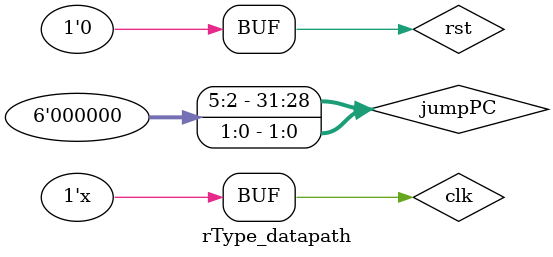
<source format=v>
module rType_datapath();
	reg clk;
	wire [31:0] pc , pc_out;
	wire [31:0] instruction;
	reg rst;
	wire zero;
	wire [31:0]rs,rt,rd;
	//temp var
	reg [4:0] wr;
	reg [4:0] tempD;  
	//control signals
	wire regDest,jump, branch, MemRead, MemtoReg, MemWrite, ALUSrc, RegWrite;
	wire [1:0] ALUOp;
	wire branchCheck;
 	reg [31:0] tempPC, jumpPC;
	//for program counter
	PC uut (
		.pc(pc),
	        .jump_address(jumpPC),
	        .pc_out(pc_out),
	        .jump(jump),
	        .clk(clk),
	        .rst(rst)
	);

	//get instruction
	instr_rom getInstruction (.address(pc), .instr(instruction));
	
	//set control signals
	control_sig cs(
		.regDest(regDest),
		.jump(jump),
		.branch(branch),
		.MemRead(MemRead),
		.MemtoReg(MemtoReg),
		.MemWrite(MemWrite),
		.ALUSrc(ALUSrc),
		.RegWrite(RegWrite),
		.ALUOp(ALUOp),
		.opcode(instruction[31:26])
	);

	//register memory, get data and also update register memory if needed 
	reg_file getData(
		.rdata1(rs),
		.rdata2(rt),
		.rs1(instruction[25:21]),
		.rs2(instruction[20:16]),
		.rd(tempD), 
		.write_data(rd),
		.clk(clk),
		.mem_write(RegWrite)
	);

//Checking for rtype or i type mux 1
	
	always @* begin
		tempD = regDest ? instruction[15:11] : instruction[20:16];
	end

	reg [31:0] temp2 , temp3; 
	always @* begin
		if (ALUSrc == 1) begin
			temp2[14:0] = instruction[14:0];
			temp2[31] = instruction[15];
		end
		else begin
			temp2 = rt;
		end
		
		if (branch == 1) begin
			//if (instruction[15]) temp3 = 32'b1111_1111_1111_1111_0000_0000_0000_0000;
			//else temp3 = 32'b0;
			temp3= instruction[15:0];
			temp3 = temp3 << 2;
			temp3 = temp3+pc;
		end
		jumpPC=0;
		jumpPC = instruction[25:0];
		jumpPC = jumpPC<<2;
	end

	reg PCSrc;
	always @(posedge clk) begin
		PCSrc = zero & branch;
		if (PCSrc)
			tempPC  = temp3;
	end
	assign pc = rst? 32'b0 : (PCSrc)? tempPC: pc_out;

	alu calc(
		.ans(rd),
		.zero(zero),
		.a(rs),
		.b(temp2),
		.aluOP(ALUOp),
		.sel(instruction[5:0]));
//Calling Data Memory
	wire [31:0] data_out;
	data_mem DataMemCall(
		.address(rd), 
		.data_in(temp2),
                .data_out(data_out),  
		.we(MemWrite), 
		.clk(clk));
	
	initial begin
		rst = 1;clk=0;
		tempPC = 0;
		PCSrc=0;
		#100;
		rst = 0; 
	end

	always #50 clk = ~clk;

endmodule


</source>
